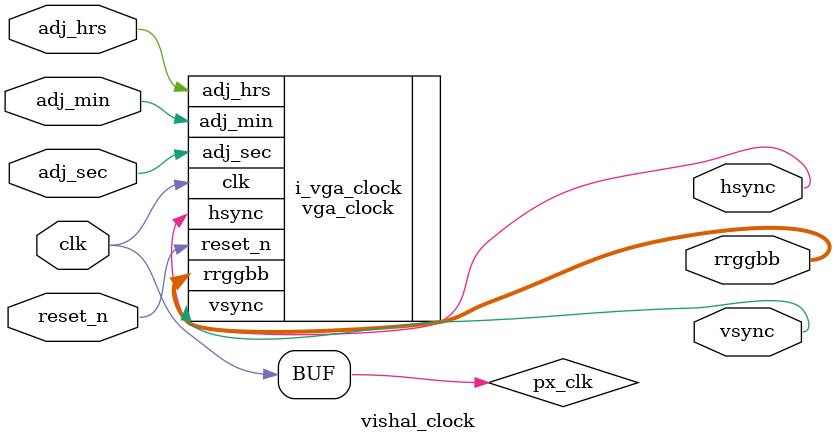
<source format=v>
`default_nettype none

module vishal_clock(
    input  wire       clk    ,
    input  wire       reset_n,
    input  wire       adj_hrs,
    input  wire       adj_min,
    input  wire       adj_sec,
    output wire       hsync  ,
    output wire       vsync  ,
    output wire [5:0] rrggbb
);

    wire px_clk;

    // Generated values for pixel clock of 31.5Mhz and 72Hz frame frecuency.
    // # icepll -i12 -o31.5
    //
    // F_PLLIN:    12.000 MHz (given)
    // F_PLLOUT:   31.500 MHz (requested)
    // F_PLLOUT:   31.500 MHz (achieved)
    //
    // FEEDBACK: SIMPLE
    // F_PFD:   12.000 MHz
    // F_VCO: 1008.000 MHz
    //
    // DIVR:  0 (4'b0000)
    // DIVF: 83 (7'b1010011)
    // DIVQ:  5 (3'b101)
    //
    // FILTER_RANGE: 1 (3'b001)
    //
    `ifdef SYNTH
        SB_PLL40_PAD #(
            .FEEDBACK_PATH("SIMPLE"  ),
            .DIVR         (4'b0000   ),
            .DIVF         (7'b1010011),
            .DIVQ         (3'b101    ),
            .FILTER_RANGE (3'b001    )
        ) uut (
            .RESETB    (1'b1  ),
            .BYPASS    (1'b0  ),
            .PACKAGEPIN(clk   ),
            .PLLOUTCORE(px_clk)
        );
    `else
        assign px_clk = clk;
    `endif

    vga_clock i_vga_clock (
        .clk    (px_clk ),
        .reset_n(reset_n),
        .adj_hrs(adj_hrs),
        .adj_min(adj_min),
        .adj_sec(adj_sec),
        .hsync  (hsync  ),
        .vsync  (vsync  ),
        .rrggbb (rrggbb )
    );

endmodule


</source>
